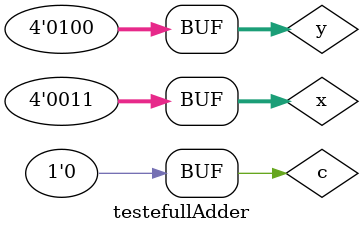
<source format=v>

module halfAdder(output s,
					  output carryOut,
						input a,
						input carryIn);
	xor A(carryOut, carryIn, a);
	and B(s, a, carryIn);
endmodule

// ---------------------------
// -- FULL ADDER
// ---------------------------
module fullAdder(output s,
					  output carryOut,
					  input carryIn,
					  input a,
					  input b);
	
	wire c0, s0, s1;
	halfAdder A(s0, c0, a, carryIn);
	halfAdder B(s1, s, b, c0 );
	or 		 C(carryOut, s0, s1);
endmodule

// ---------------------------
// -- FULL ADDER 4Bits
// ---------------------------
module fullAdder4B(output [3:0]s,
						 output co,
							input[3:0]a,
							input[3:0]b,
							input ci);
	wire [2:0]c;
	fullAdder A(s[0], c[0], ci, b[0], a[0]);
	fullAdder B(s[1], c[1], c[0], a[1], b[1]);
	fullAdder C(s[2], c[2], c[1], a[2], b[2]);
	fullAdder D(s[3],   co, c[2], a[3], b[3]);

endmodule

// ---------------------------
module testefullAdder;
// ----------- definir dados
	reg [3:0]x;
	reg [3:0]y;
	reg c;
	wire [3:0]s;
	wire carryOut;
	fullAdder4B F1(s, carryOut, x, y ,c);
	
	
	initial begin 
		$display("Test ALU's full adder"); 
		
	// --projetar testes do somador completo
		#1 x = 4'b1101; y = 4'b0011; c = 0;
		$monitor("%4b + %4b  = %4b", x, y, s);
		#1 x = 4'b0001; y = 4'b0001; c = 0;
		#1 x = 4'b0010; y = 4'b0010; c = 0;
		#1 x = 4'b0001; y = 4'b0001; c = 0;
		#1 x = 4'b0011; y = 4'b0011; c = 0;
		#1 x = 4'b0001; y = 4'b0001; c = 0;
		#1 x = 4'b0010; y = 4'b0001; c = 0;
		#1 x = 4'b0001; y = 4'b0011; c = 0;
		#1 x = 4'b0011; y = 4'b0100; c = 0;
		#1 x = 4'b0111; y = 4'b0001; c = 0;
		#1 x = 4'b0110; y = 4'b0111; c = 0;
		#1 x = 4'b0001; y = 4'b0001; c = 0;
		#1 x = 4'b0011; y = 4'b0011; c = 0;
		#1 x = 4'b0001; y = 4'b0001; c = 0;
		#1 x = 4'b0010; y = 4'b0001; c = 0;
		#1 x = 4'b0001; y = 4'b0011; c = 0;
		#1 x = 4'b0011; y = 4'b0100; c = 0;
	end
endmodule
</source>
